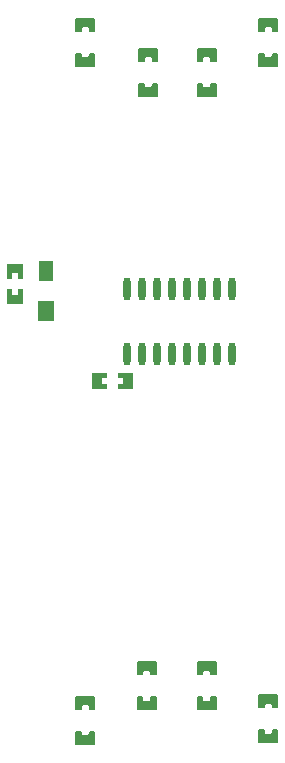
<source format=gtp>
G04 Layer: TopPasteMaskLayer*
G04 EasyEDA v6.5.23, 2023-06-06 19:11:06*
G04 440996f75ca54165bcb2688da9f4019d,0997c0c323a540828c61b468e30a80a1,10*
G04 Gerber Generator version 0.2*
G04 Scale: 100 percent, Rotated: No, Reflected: No *
G04 Dimensions in millimeters *
G04 leading zeros omitted , absolute positions ,4 integer and 5 decimal *
%FSLAX45Y45*%
%MOMM*%

%AMMACRO1*21,1,$1,$2,0,0,$3*%
%ADD10MACRO1,1.296X1.7575X0.0000*%
%ADD11R,1.2960X1.7575*%
%ADD12O,0.6020054X1.9709892*%

%LPD*%
G36*
X4446168Y5310022D02*
G01*
X4436160Y5300014D01*
X4436160Y5199227D01*
X4446168Y5189270D01*
X4596231Y5189270D01*
X4606239Y5199227D01*
X4606239Y5300014D01*
X4596231Y5310022D01*
X4560112Y5310022D01*
X4550105Y5300014D01*
X4550105Y5278932D01*
X4540097Y5268925D01*
X4502302Y5268925D01*
X4492294Y5278932D01*
X4492294Y5300014D01*
X4482287Y5310022D01*
G37*
G36*
X4446168Y5605729D02*
G01*
X4436160Y5595772D01*
X4436160Y5494985D01*
X4446168Y5484977D01*
X4482287Y5484977D01*
X4492294Y5494985D01*
X4492294Y5516067D01*
X4502302Y5526074D01*
X4540097Y5526074D01*
X4550105Y5516067D01*
X4550105Y5494985D01*
X4560112Y5484977D01*
X4596231Y5484977D01*
X4606239Y5494985D01*
X4606239Y5595772D01*
X4596231Y5605729D01*
G37*
G36*
X3037890Y8326018D02*
G01*
X3032912Y8320989D01*
X3032912Y8193024D01*
X3037890Y8187994D01*
X3152902Y8187994D01*
X3157880Y8193024D01*
X3157423Y8234984D01*
X3113379Y8234984D01*
X3113379Y8279993D01*
X3158388Y8279993D01*
X3157880Y8320989D01*
X3152902Y8326018D01*
G37*
G36*
X3252876Y8326018D02*
G01*
X3247898Y8320989D01*
X3248406Y8279993D01*
X3292398Y8279993D01*
X3292398Y8234984D01*
X3247898Y8234984D01*
X3247898Y8193024D01*
X3252876Y8187994D01*
X3367887Y8187994D01*
X3372916Y8193024D01*
X3372916Y8320989D01*
X3367887Y8326018D01*
G37*
G36*
X2312924Y9247987D02*
G01*
X2307894Y9243009D01*
X2307894Y9127998D01*
X2312924Y9123019D01*
X2354884Y9123476D01*
X2354884Y9167520D01*
X2399893Y9167520D01*
X2399893Y9122511D01*
X2440889Y9123019D01*
X2445918Y9127998D01*
X2445918Y9243009D01*
X2440889Y9247987D01*
G37*
G36*
X2312924Y9033002D02*
G01*
X2307894Y9028023D01*
X2307894Y8913012D01*
X2312924Y8907983D01*
X2440889Y8907983D01*
X2445918Y8913012D01*
X2445918Y9028023D01*
X2440889Y9033002D01*
X2399893Y9032494D01*
X2399893Y8988501D01*
X2354884Y8988501D01*
X2354884Y9033002D01*
G37*
G36*
X3925468Y11079429D02*
G01*
X3915460Y11069472D01*
X3915460Y10968685D01*
X3925468Y10958677D01*
X3961587Y10958677D01*
X3971594Y10968685D01*
X3971594Y10989767D01*
X3981602Y10999774D01*
X4019397Y10999774D01*
X4029405Y10989767D01*
X4029405Y10968685D01*
X4039412Y10958677D01*
X4075531Y10958677D01*
X4085539Y10968685D01*
X4085539Y11069472D01*
X4075531Y11079429D01*
G37*
G36*
X3925468Y10783722D02*
G01*
X3915460Y10773714D01*
X3915460Y10672927D01*
X3925468Y10662970D01*
X4075531Y10662970D01*
X4085539Y10672927D01*
X4085539Y10773714D01*
X4075531Y10783722D01*
X4039412Y10783722D01*
X4029405Y10773714D01*
X4029405Y10752632D01*
X4019397Y10742625D01*
X3981602Y10742625D01*
X3971594Y10752632D01*
X3971594Y10773714D01*
X3961587Y10783722D01*
G37*
G36*
X4446168Y11333429D02*
G01*
X4436160Y11323472D01*
X4436160Y11222685D01*
X4446168Y11212677D01*
X4482287Y11212677D01*
X4492294Y11222685D01*
X4492294Y11243767D01*
X4502302Y11253774D01*
X4540097Y11253774D01*
X4550105Y11243767D01*
X4550105Y11222685D01*
X4560112Y11212677D01*
X4596231Y11212677D01*
X4606239Y11222685D01*
X4606239Y11323472D01*
X4596231Y11333429D01*
G37*
G36*
X4446168Y11037722D02*
G01*
X4436160Y11027714D01*
X4436160Y10926927D01*
X4446168Y10916970D01*
X4596231Y10916970D01*
X4606239Y10926927D01*
X4606239Y11027714D01*
X4596231Y11037722D01*
X4560112Y11037722D01*
X4550105Y11027714D01*
X4550105Y11006632D01*
X4540097Y10996625D01*
X4502302Y10996625D01*
X4492294Y11006632D01*
X4492294Y11027714D01*
X4482287Y11037722D01*
G37*
G36*
X3925468Y5589422D02*
G01*
X3915460Y5579414D01*
X3915460Y5478627D01*
X3925468Y5468670D01*
X4075531Y5468670D01*
X4085539Y5478627D01*
X4085539Y5579414D01*
X4075531Y5589422D01*
X4039412Y5589422D01*
X4029405Y5579414D01*
X4029405Y5558332D01*
X4019397Y5548325D01*
X3981602Y5548325D01*
X3971594Y5558332D01*
X3971594Y5579414D01*
X3961587Y5589422D01*
G37*
G36*
X3925468Y5885129D02*
G01*
X3915460Y5875172D01*
X3915460Y5774385D01*
X3925468Y5764377D01*
X3961587Y5764377D01*
X3971594Y5774385D01*
X3971594Y5795467D01*
X3981602Y5805474D01*
X4019397Y5805474D01*
X4029405Y5795467D01*
X4029405Y5774385D01*
X4039412Y5764377D01*
X4075531Y5764377D01*
X4085539Y5774385D01*
X4085539Y5875172D01*
X4075531Y5885129D01*
G37*
G36*
X3417468Y5589422D02*
G01*
X3407460Y5579414D01*
X3407460Y5478627D01*
X3417468Y5468670D01*
X3567531Y5468670D01*
X3577539Y5478627D01*
X3577539Y5579414D01*
X3567531Y5589422D01*
X3531412Y5589422D01*
X3521405Y5579414D01*
X3521405Y5558332D01*
X3511397Y5548325D01*
X3473602Y5548325D01*
X3463594Y5558332D01*
X3463594Y5579414D01*
X3453587Y5589422D01*
G37*
G36*
X3417468Y5885129D02*
G01*
X3407460Y5875172D01*
X3407460Y5774385D01*
X3417468Y5764377D01*
X3453587Y5764377D01*
X3463594Y5774385D01*
X3463594Y5795467D01*
X3473602Y5805474D01*
X3511397Y5805474D01*
X3521405Y5795467D01*
X3521405Y5774385D01*
X3531412Y5764377D01*
X3567531Y5764377D01*
X3577539Y5774385D01*
X3577539Y5875172D01*
X3567531Y5885129D01*
G37*
G36*
X2896768Y5297322D02*
G01*
X2886760Y5287314D01*
X2886760Y5186527D01*
X2896768Y5176570D01*
X3046831Y5176570D01*
X3056839Y5186527D01*
X3056839Y5287314D01*
X3046831Y5297322D01*
X3010712Y5297322D01*
X3000705Y5287314D01*
X3000705Y5266232D01*
X2990697Y5256225D01*
X2952902Y5256225D01*
X2942894Y5266232D01*
X2942894Y5287314D01*
X2932887Y5297322D01*
G37*
G36*
X2896768Y5593029D02*
G01*
X2886760Y5583072D01*
X2886760Y5482285D01*
X2896768Y5472277D01*
X2932887Y5472277D01*
X2942894Y5482285D01*
X2942894Y5503367D01*
X2952902Y5513374D01*
X2990697Y5513374D01*
X3000705Y5503367D01*
X3000705Y5482285D01*
X3010712Y5472277D01*
X3046831Y5472277D01*
X3056839Y5482285D01*
X3056839Y5583072D01*
X3046831Y5593029D01*
G37*
G36*
X3430168Y11079429D02*
G01*
X3420160Y11069472D01*
X3420160Y10968685D01*
X3430168Y10958677D01*
X3466287Y10958677D01*
X3476294Y10968685D01*
X3476294Y10989767D01*
X3486302Y10999774D01*
X3524097Y10999774D01*
X3534105Y10989767D01*
X3534105Y10968685D01*
X3544112Y10958677D01*
X3580231Y10958677D01*
X3590239Y10968685D01*
X3590239Y11069472D01*
X3580231Y11079429D01*
G37*
G36*
X3430168Y10783722D02*
G01*
X3420160Y10773714D01*
X3420160Y10672927D01*
X3430168Y10662970D01*
X3580231Y10662970D01*
X3590239Y10672927D01*
X3590239Y10773714D01*
X3580231Y10783722D01*
X3544112Y10783722D01*
X3534105Y10773714D01*
X3534105Y10752632D01*
X3524097Y10742625D01*
X3486302Y10742625D01*
X3476294Y10752632D01*
X3476294Y10773714D01*
X3466287Y10783722D01*
G37*
G36*
X2896768Y11333429D02*
G01*
X2886760Y11323472D01*
X2886760Y11222685D01*
X2896768Y11212677D01*
X2932887Y11212677D01*
X2942894Y11222685D01*
X2942894Y11243767D01*
X2952902Y11253774D01*
X2990697Y11253774D01*
X3000705Y11243767D01*
X3000705Y11222685D01*
X3010712Y11212677D01*
X3046831Y11212677D01*
X3056839Y11222685D01*
X3056839Y11323472D01*
X3046831Y11333429D01*
G37*
G36*
X2896768Y11037722D02*
G01*
X2886760Y11027714D01*
X2886760Y10926927D01*
X2896768Y10916970D01*
X3046831Y10916970D01*
X3056839Y10926927D01*
X3056839Y11027714D01*
X3046831Y11037722D01*
X3010712Y11037722D01*
X3000705Y11027714D01*
X3000705Y11006632D01*
X2990697Y10996625D01*
X2952902Y10996625D01*
X2942894Y11006632D01*
X2942894Y11027714D01*
X2932887Y11037722D01*
G37*
D10*
G01*
X2641600Y8848375D03*
D11*
G01*
X2641600Y9185630D03*
D12*
G01*
X3327400Y8489442D03*
G01*
X3454400Y8489442D03*
G01*
X3581400Y8489442D03*
G01*
X3708400Y8489442D03*
G01*
X3835400Y8489442D03*
G01*
X3962400Y8489442D03*
G01*
X4089400Y8489442D03*
G01*
X4216400Y8489442D03*
G01*
X3327400Y9036558D03*
G01*
X3454400Y9036558D03*
G01*
X3581400Y9036558D03*
G01*
X3708400Y9036558D03*
G01*
X3835400Y9036558D03*
G01*
X3962400Y9036558D03*
G01*
X4089400Y9036558D03*
G01*
X4216400Y9036558D03*
M02*

</source>
